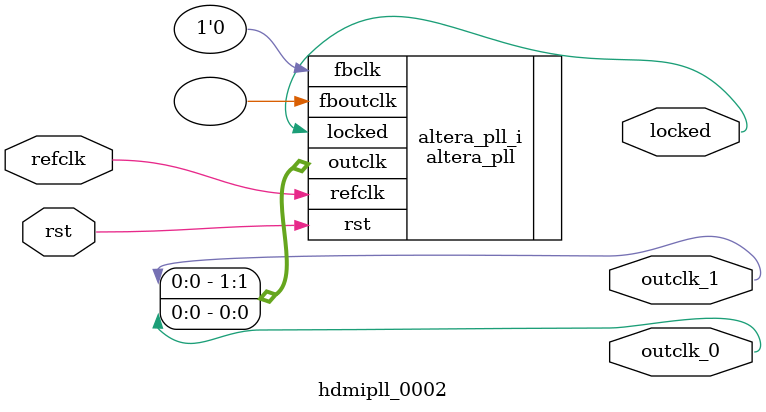
<source format=v>
`timescale 1ns/10ps
module  hdmipll_0002(

	// interface 'refclk'
	input wire refclk,

	// interface 'reset'
	input wire rst,

	// interface 'outclk0'
	output wire outclk_0,

	// interface 'outclk1'
	output wire outclk_1,

	// interface 'locked'
	output wire locked
);

	altera_pll #(
		.fractional_vco_multiplier("false"),
		.reference_clock_frequency("40.0 MHz"),
		.operation_mode("direct"),
		.number_of_clocks(2),
		.output_clock_frequency0("200.000000 MHz"),
		.phase_shift0("0 ps"),
		.duty_cycle0(50),
		.output_clock_frequency1("400.000000 MHz"),
		.phase_shift1("0 ps"),
		.duty_cycle1(50),
		.output_clock_frequency2("0 MHz"),
		.phase_shift2("0 ps"),
		.duty_cycle2(50),
		.output_clock_frequency3("0 MHz"),
		.phase_shift3("0 ps"),
		.duty_cycle3(50),
		.output_clock_frequency4("0 MHz"),
		.phase_shift4("0 ps"),
		.duty_cycle4(50),
		.output_clock_frequency5("0 MHz"),
		.phase_shift5("0 ps"),
		.duty_cycle5(50),
		.output_clock_frequency6("0 MHz"),
		.phase_shift6("0 ps"),
		.duty_cycle6(50),
		.output_clock_frequency7("0 MHz"),
		.phase_shift7("0 ps"),
		.duty_cycle7(50),
		.output_clock_frequency8("0 MHz"),
		.phase_shift8("0 ps"),
		.duty_cycle8(50),
		.output_clock_frequency9("0 MHz"),
		.phase_shift9("0 ps"),
		.duty_cycle9(50),
		.output_clock_frequency10("0 MHz"),
		.phase_shift10("0 ps"),
		.duty_cycle10(50),
		.output_clock_frequency11("0 MHz"),
		.phase_shift11("0 ps"),
		.duty_cycle11(50),
		.output_clock_frequency12("0 MHz"),
		.phase_shift12("0 ps"),
		.duty_cycle12(50),
		.output_clock_frequency13("0 MHz"),
		.phase_shift13("0 ps"),
		.duty_cycle13(50),
		.output_clock_frequency14("0 MHz"),
		.phase_shift14("0 ps"),
		.duty_cycle14(50),
		.output_clock_frequency15("0 MHz"),
		.phase_shift15("0 ps"),
		.duty_cycle15(50),
		.output_clock_frequency16("0 MHz"),
		.phase_shift16("0 ps"),
		.duty_cycle16(50),
		.output_clock_frequency17("0 MHz"),
		.phase_shift17("0 ps"),
		.duty_cycle17(50),
		.pll_type("General"),
		.pll_subtype("General")
	) altera_pll_i (
		.rst	(rst),
		.outclk	({outclk_1, outclk_0}),
		.locked	(locked),
		.fboutclk	( ),
		.fbclk	(1'b0),
		.refclk	(refclk)
	);
endmodule


</source>
